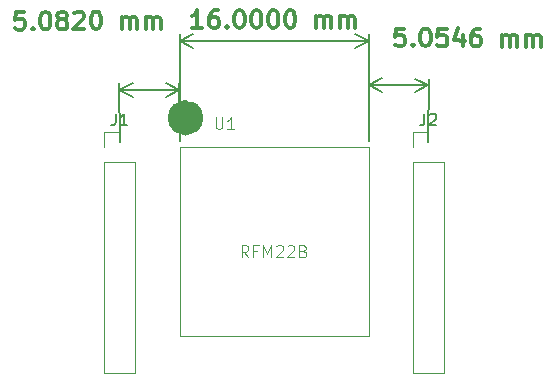
<source format=gbr>
%TF.GenerationSoftware,KiCad,Pcbnew,7.0.2*%
%TF.CreationDate,2024-04-09T17:47:28-07:00*%
%TF.ProjectId,RFM22BPCB,52464d32-3242-4504-9342-2e6b69636164,rev?*%
%TF.SameCoordinates,Original*%
%TF.FileFunction,Legend,Top*%
%TF.FilePolarity,Positive*%
%FSLAX46Y46*%
G04 Gerber Fmt 4.6, Leading zero omitted, Abs format (unit mm)*
G04 Created by KiCad (PCBNEW 7.0.2) date 2024-04-09 17:47:28*
%MOMM*%
%LPD*%
G01*
G04 APERTURE LIST*
%ADD10C,0.300000*%
%ADD11C,0.200000*%
%ADD12C,0.150000*%
%ADD13C,0.100000*%
%ADD14C,0.120000*%
%ADD15C,1.500000*%
G04 APERTURE END LIST*
D10*
X172043483Y-85030895D02*
X171329200Y-85028917D01*
X171329200Y-85028917D02*
X171255793Y-85743002D01*
X171255793Y-85743002D02*
X171327419Y-85671772D01*
X171327419Y-85671772D02*
X171470473Y-85600739D01*
X171470473Y-85600739D02*
X171827615Y-85601728D01*
X171827615Y-85601728D02*
X171970274Y-85673552D01*
X171970274Y-85673552D02*
X172041504Y-85745178D01*
X172041504Y-85745178D02*
X172112537Y-85888233D01*
X172112537Y-85888233D02*
X172111548Y-86245374D01*
X172111548Y-86245374D02*
X172039724Y-86388033D01*
X172039724Y-86388033D02*
X171968097Y-86459264D01*
X171968097Y-86459264D02*
X171825043Y-86530296D01*
X171825043Y-86530296D02*
X171467902Y-86529307D01*
X171467902Y-86529307D02*
X171325243Y-86457483D01*
X171325243Y-86457483D02*
X171254012Y-86385857D01*
X172754006Y-86390011D02*
X172825237Y-86461638D01*
X172825237Y-86461638D02*
X172753610Y-86532868D01*
X172753610Y-86532868D02*
X172682380Y-86461242D01*
X172682380Y-86461242D02*
X172754006Y-86390011D01*
X172754006Y-86390011D02*
X172753610Y-86532868D01*
X173757762Y-85035644D02*
X173900618Y-85036039D01*
X173900618Y-85036039D02*
X174043277Y-85107863D01*
X174043277Y-85107863D02*
X174114507Y-85179489D01*
X174114507Y-85179489D02*
X174185540Y-85322544D01*
X174185540Y-85322544D02*
X174256177Y-85608455D01*
X174256177Y-85608455D02*
X174255188Y-85965596D01*
X174255188Y-85965596D02*
X174182968Y-86251112D01*
X174182968Y-86251112D02*
X174111144Y-86393770D01*
X174111144Y-86393770D02*
X174039518Y-86465001D01*
X174039518Y-86465001D02*
X173896463Y-86536033D01*
X173896463Y-86536033D02*
X173753607Y-86535638D01*
X173753607Y-86535638D02*
X173610948Y-86463814D01*
X173610948Y-86463814D02*
X173539718Y-86392188D01*
X173539718Y-86392188D02*
X173468685Y-86249133D01*
X173468685Y-86249133D02*
X173398048Y-85963222D01*
X173398048Y-85963222D02*
X173399037Y-85606081D01*
X173399037Y-85606081D02*
X173471257Y-85320565D01*
X173471257Y-85320565D02*
X173543081Y-85177907D01*
X173543081Y-85177907D02*
X173614707Y-85106676D01*
X173614707Y-85106676D02*
X173757762Y-85035644D01*
X175614897Y-85040787D02*
X174900614Y-85038809D01*
X174900614Y-85038809D02*
X174827207Y-85752894D01*
X174827207Y-85752894D02*
X174898833Y-85681664D01*
X174898833Y-85681664D02*
X175041888Y-85610631D01*
X175041888Y-85610631D02*
X175399029Y-85611620D01*
X175399029Y-85611620D02*
X175541688Y-85683444D01*
X175541688Y-85683444D02*
X175612918Y-85755070D01*
X175612918Y-85755070D02*
X175683951Y-85898125D01*
X175683951Y-85898125D02*
X175682962Y-86255266D01*
X175682962Y-86255266D02*
X175611138Y-86397925D01*
X175611138Y-86397925D02*
X175539512Y-86469155D01*
X175539512Y-86469155D02*
X175396457Y-86540188D01*
X175396457Y-86540188D02*
X175039316Y-86539199D01*
X175039316Y-86539199D02*
X174896657Y-86467375D01*
X174896657Y-86467375D02*
X174825427Y-86395749D01*
X176970649Y-85544544D02*
X176967879Y-86544541D01*
X176615090Y-84972129D02*
X176254981Y-86042564D01*
X176254981Y-86042564D02*
X177183549Y-86045136D01*
X178400600Y-85048503D02*
X178114886Y-85047712D01*
X178114886Y-85047712D02*
X177971832Y-85118744D01*
X177971832Y-85118744D02*
X177900206Y-85189975D01*
X177900206Y-85189975D02*
X177756756Y-85403864D01*
X177756756Y-85403864D02*
X177684536Y-85689379D01*
X177684536Y-85689379D02*
X177682953Y-86260806D01*
X177682953Y-86260806D02*
X177753986Y-86403860D01*
X177753986Y-86403860D02*
X177825216Y-86475486D01*
X177825216Y-86475486D02*
X177967875Y-86547310D01*
X177967875Y-86547310D02*
X178253588Y-86548102D01*
X178253588Y-86548102D02*
X178396643Y-86477069D01*
X178396643Y-86477069D02*
X178468269Y-86405839D01*
X178468269Y-86405839D02*
X178540093Y-86263180D01*
X178540093Y-86263180D02*
X178541082Y-85906038D01*
X178541082Y-85906038D02*
X178470049Y-85762984D01*
X178470049Y-85762984D02*
X178398819Y-85691358D01*
X178398819Y-85691358D02*
X178256160Y-85619534D01*
X178256160Y-85619534D02*
X177970447Y-85618742D01*
X177970447Y-85618742D02*
X177827393Y-85689775D01*
X177827393Y-85689775D02*
X177755766Y-85761005D01*
X177755766Y-85761005D02*
X177683943Y-85903664D01*
X180325008Y-86553839D02*
X180327778Y-85553843D01*
X180327382Y-85696699D02*
X180399009Y-85625469D01*
X180399009Y-85625469D02*
X180542063Y-85554436D01*
X180542063Y-85554436D02*
X180756348Y-85555030D01*
X180756348Y-85555030D02*
X180899007Y-85626854D01*
X180899007Y-85626854D02*
X180970039Y-85769908D01*
X180970039Y-85769908D02*
X180967863Y-86555620D01*
X180970039Y-85769908D02*
X181041863Y-85627249D01*
X181041863Y-85627249D02*
X181184918Y-85556217D01*
X181184918Y-85556217D02*
X181399203Y-85556810D01*
X181399203Y-85556810D02*
X181541861Y-85628634D01*
X181541861Y-85628634D02*
X181612894Y-85771689D01*
X181612894Y-85771689D02*
X181610718Y-86557400D01*
X182325001Y-86559378D02*
X182327770Y-85559382D01*
X182327375Y-85702239D02*
X182399001Y-85631008D01*
X182399001Y-85631008D02*
X182542055Y-85559976D01*
X182542055Y-85559976D02*
X182756340Y-85560569D01*
X182756340Y-85560569D02*
X182898999Y-85632393D01*
X182898999Y-85632393D02*
X182970032Y-85775448D01*
X182970032Y-85775448D02*
X182967855Y-86561159D01*
X182970032Y-85775448D02*
X183041856Y-85632789D01*
X183041856Y-85632789D02*
X183184910Y-85561756D01*
X183184910Y-85561756D02*
X183399195Y-85562350D01*
X183399195Y-85562350D02*
X183541854Y-85634174D01*
X183541854Y-85634174D02*
X183612886Y-85777228D01*
X183612886Y-85777228D02*
X183610710Y-86562940D01*
D11*
X169012985Y-94583602D02*
X169027757Y-89250212D01*
X174067585Y-94597602D02*
X174082357Y-89264212D01*
X169026133Y-89836630D02*
X174080733Y-89850630D01*
X169026133Y-89836630D02*
X174080733Y-89850630D01*
X169026133Y-89836630D02*
X170154257Y-89253332D01*
X169026133Y-89836630D02*
X170151008Y-90426169D01*
X174080733Y-89850630D02*
X172952609Y-90433928D01*
X174080733Y-89850630D02*
X172955858Y-89261091D01*
D10*
X139857229Y-83613086D02*
X139142946Y-83615054D01*
X139142946Y-83615054D02*
X139073486Y-84329533D01*
X139073486Y-84329533D02*
X139144717Y-84257908D01*
X139144717Y-84257908D02*
X139287377Y-84186086D01*
X139287377Y-84186086D02*
X139644518Y-84185103D01*
X139644518Y-84185103D02*
X139787572Y-84256137D01*
X139787572Y-84256137D02*
X139859197Y-84327369D01*
X139859197Y-84327369D02*
X139931019Y-84470029D01*
X139931019Y-84470029D02*
X139932003Y-84827170D01*
X139932003Y-84827170D02*
X139860968Y-84970224D01*
X139860968Y-84970224D02*
X139789736Y-85041849D01*
X139789736Y-85041849D02*
X139647076Y-85113670D01*
X139647076Y-85113670D02*
X139289935Y-85114654D01*
X139289935Y-85114654D02*
X139146882Y-85043620D01*
X139146882Y-85043620D02*
X139075256Y-84972388D01*
X140575250Y-84968256D02*
X140646875Y-85039487D01*
X140646875Y-85039487D02*
X140575644Y-85111112D01*
X140575644Y-85111112D02*
X140504019Y-85039881D01*
X140504019Y-85039881D02*
X140575250Y-84968256D01*
X140575250Y-84968256D02*
X140575644Y-85111112D01*
X141571508Y-83608363D02*
X141714365Y-83607970D01*
X141714365Y-83607970D02*
X141857418Y-83679004D01*
X141857418Y-83679004D02*
X141929043Y-83750236D01*
X141929043Y-83750236D02*
X142000865Y-83892896D01*
X142000865Y-83892896D02*
X142073080Y-84178412D01*
X142073080Y-84178412D02*
X142074064Y-84535554D01*
X142074064Y-84535554D02*
X142003423Y-84821464D01*
X142003423Y-84821464D02*
X141932388Y-84964517D01*
X141932388Y-84964517D02*
X141861157Y-85036142D01*
X141861157Y-85036142D02*
X141718497Y-85107964D01*
X141718497Y-85107964D02*
X141575640Y-85108358D01*
X141575640Y-85108358D02*
X141432587Y-85037323D01*
X141432587Y-85037323D02*
X141360962Y-84966091D01*
X141360962Y-84966091D02*
X141289140Y-84823431D01*
X141289140Y-84823431D02*
X141216925Y-84537915D01*
X141216925Y-84537915D02*
X141215941Y-84180774D01*
X141215941Y-84180774D02*
X141286582Y-83894864D01*
X141286582Y-83894864D02*
X141357617Y-83751810D01*
X141357617Y-83751810D02*
X141428848Y-83680185D01*
X141428848Y-83680185D02*
X141571508Y-83608363D01*
X142930416Y-84247479D02*
X142787363Y-84176445D01*
X142787363Y-84176445D02*
X142715738Y-84105213D01*
X142715738Y-84105213D02*
X142643916Y-83962553D01*
X142643916Y-83962553D02*
X142643719Y-83891125D01*
X142643719Y-83891125D02*
X142714754Y-83748072D01*
X142714754Y-83748072D02*
X142785986Y-83676446D01*
X142785986Y-83676446D02*
X142928645Y-83604625D01*
X142928645Y-83604625D02*
X143214359Y-83603838D01*
X143214359Y-83603838D02*
X143357412Y-83674872D01*
X143357412Y-83674872D02*
X143429037Y-83746104D01*
X143429037Y-83746104D02*
X143500859Y-83888764D01*
X143500859Y-83888764D02*
X143501056Y-83960192D01*
X143501056Y-83960192D02*
X143430021Y-84103245D01*
X143430021Y-84103245D02*
X143358789Y-84174870D01*
X143358789Y-84174870D02*
X143216130Y-84246692D01*
X143216130Y-84246692D02*
X142930416Y-84247479D01*
X142930416Y-84247479D02*
X142787757Y-84319301D01*
X142787757Y-84319301D02*
X142716525Y-84390926D01*
X142716525Y-84390926D02*
X142645490Y-84533980D01*
X142645490Y-84533980D02*
X142646277Y-84819693D01*
X142646277Y-84819693D02*
X142718099Y-84962353D01*
X142718099Y-84962353D02*
X142789724Y-85033584D01*
X142789724Y-85033584D02*
X142932778Y-85104619D01*
X142932778Y-85104619D02*
X143218491Y-85103832D01*
X143218491Y-85103832D02*
X143361151Y-85032010D01*
X143361151Y-85032010D02*
X143432382Y-84960385D01*
X143432382Y-84960385D02*
X143503417Y-84817332D01*
X143503417Y-84817332D02*
X143502630Y-84531618D01*
X143502630Y-84531618D02*
X143430808Y-84388959D01*
X143430808Y-84388959D02*
X143359183Y-84317727D01*
X143359183Y-84317727D02*
X143216130Y-84246692D01*
X144071891Y-83744333D02*
X144143123Y-83672708D01*
X144143123Y-83672708D02*
X144285783Y-83600886D01*
X144285783Y-83600886D02*
X144642924Y-83599902D01*
X144642924Y-83599902D02*
X144785978Y-83670937D01*
X144785978Y-83670937D02*
X144857603Y-83742168D01*
X144857603Y-83742168D02*
X144929425Y-83884828D01*
X144929425Y-83884828D02*
X144929818Y-84027685D01*
X144929818Y-84027685D02*
X144858980Y-84242166D01*
X144858980Y-84242166D02*
X144004202Y-85101667D01*
X144004202Y-85101667D02*
X144932770Y-85099109D01*
X145857205Y-83596557D02*
X146000062Y-83596163D01*
X146000062Y-83596163D02*
X146143115Y-83667198D01*
X146143115Y-83667198D02*
X146214740Y-83738430D01*
X146214740Y-83738430D02*
X146286562Y-83881090D01*
X146286562Y-83881090D02*
X146358777Y-84166606D01*
X146358777Y-84166606D02*
X146359761Y-84523747D01*
X146359761Y-84523747D02*
X146289120Y-84809657D01*
X146289120Y-84809657D02*
X146218085Y-84952711D01*
X146218085Y-84952711D02*
X146146854Y-85024336D01*
X146146854Y-85024336D02*
X146004194Y-85096158D01*
X146004194Y-85096158D02*
X145861337Y-85096551D01*
X145861337Y-85096551D02*
X145718284Y-85025517D01*
X145718284Y-85025517D02*
X145646659Y-84954285D01*
X145646659Y-84954285D02*
X145574837Y-84811625D01*
X145574837Y-84811625D02*
X145502621Y-84526109D01*
X145502621Y-84526109D02*
X145501638Y-84168967D01*
X145501638Y-84168967D02*
X145572279Y-83883057D01*
X145572279Y-83883057D02*
X145643314Y-83740004D01*
X145643314Y-83740004D02*
X145714545Y-83668379D01*
X145714545Y-83668379D02*
X145857205Y-83596557D01*
X148147042Y-85090255D02*
X148144287Y-84090258D01*
X148144681Y-84233115D02*
X148215912Y-84161490D01*
X148215912Y-84161490D02*
X148358572Y-84089668D01*
X148358572Y-84089668D02*
X148572857Y-84089078D01*
X148572857Y-84089078D02*
X148715911Y-84160112D01*
X148715911Y-84160112D02*
X148787732Y-84302772D01*
X148787732Y-84302772D02*
X148789897Y-85088484D01*
X148787732Y-84302772D02*
X148858767Y-84159719D01*
X148858767Y-84159719D02*
X149001427Y-84087897D01*
X149001427Y-84087897D02*
X149215712Y-84087307D01*
X149215712Y-84087307D02*
X149358765Y-84158342D01*
X149358765Y-84158342D02*
X149430587Y-84301001D01*
X149430587Y-84301001D02*
X149432752Y-85086713D01*
X150147035Y-85084745D02*
X150144280Y-84084749D01*
X150144673Y-84227605D02*
X150215905Y-84155980D01*
X150215905Y-84155980D02*
X150358565Y-84084158D01*
X150358565Y-84084158D02*
X150572850Y-84083568D01*
X150572850Y-84083568D02*
X150715903Y-84154603D01*
X150715903Y-84154603D02*
X150787725Y-84297263D01*
X150787725Y-84297263D02*
X150789889Y-85082974D01*
X150787725Y-84297263D02*
X150858760Y-84154209D01*
X150858760Y-84154209D02*
X151001419Y-84082387D01*
X151001419Y-84082387D02*
X151215704Y-84081797D01*
X151215704Y-84081797D02*
X151358758Y-84152832D01*
X151358758Y-84152832D02*
X151430579Y-84295492D01*
X151430579Y-84295492D02*
X151432744Y-85081203D01*
D11*
X153010223Y-94583602D02*
X152996593Y-89635924D01*
X147928223Y-94597602D02*
X147914593Y-89649924D01*
X152998208Y-90222341D02*
X147916208Y-90236341D01*
X152998208Y-90222341D02*
X147916208Y-90236341D01*
X152998208Y-90222341D02*
X151873324Y-90811863D01*
X152998208Y-90222341D02*
X151870093Y-89639026D01*
X147916208Y-90236341D02*
X149041092Y-89646819D01*
X147916208Y-90236341D02*
X149044323Y-90819656D01*
D10*
X154940173Y-84999929D02*
X154083030Y-84999929D01*
X154511601Y-84999929D02*
X154511601Y-83499929D01*
X154511601Y-83499929D02*
X154368744Y-83714215D01*
X154368744Y-83714215D02*
X154225887Y-83857072D01*
X154225887Y-83857072D02*
X154083030Y-83928501D01*
X156225887Y-83499929D02*
X155940172Y-83499929D01*
X155940172Y-83499929D02*
X155797315Y-83571358D01*
X155797315Y-83571358D02*
X155725887Y-83642786D01*
X155725887Y-83642786D02*
X155583029Y-83857072D01*
X155583029Y-83857072D02*
X155511601Y-84142786D01*
X155511601Y-84142786D02*
X155511601Y-84714215D01*
X155511601Y-84714215D02*
X155583029Y-84857072D01*
X155583029Y-84857072D02*
X155654458Y-84928501D01*
X155654458Y-84928501D02*
X155797315Y-84999929D01*
X155797315Y-84999929D02*
X156083029Y-84999929D01*
X156083029Y-84999929D02*
X156225887Y-84928501D01*
X156225887Y-84928501D02*
X156297315Y-84857072D01*
X156297315Y-84857072D02*
X156368744Y-84714215D01*
X156368744Y-84714215D02*
X156368744Y-84357072D01*
X156368744Y-84357072D02*
X156297315Y-84214215D01*
X156297315Y-84214215D02*
X156225887Y-84142786D01*
X156225887Y-84142786D02*
X156083029Y-84071358D01*
X156083029Y-84071358D02*
X155797315Y-84071358D01*
X155797315Y-84071358D02*
X155654458Y-84142786D01*
X155654458Y-84142786D02*
X155583029Y-84214215D01*
X155583029Y-84214215D02*
X155511601Y-84357072D01*
X157011600Y-84857072D02*
X157083029Y-84928501D01*
X157083029Y-84928501D02*
X157011600Y-84999929D01*
X157011600Y-84999929D02*
X156940172Y-84928501D01*
X156940172Y-84928501D02*
X157011600Y-84857072D01*
X157011600Y-84857072D02*
X157011600Y-84999929D01*
X158011601Y-83499929D02*
X158154458Y-83499929D01*
X158154458Y-83499929D02*
X158297315Y-83571358D01*
X158297315Y-83571358D02*
X158368744Y-83642786D01*
X158368744Y-83642786D02*
X158440172Y-83785643D01*
X158440172Y-83785643D02*
X158511601Y-84071358D01*
X158511601Y-84071358D02*
X158511601Y-84428501D01*
X158511601Y-84428501D02*
X158440172Y-84714215D01*
X158440172Y-84714215D02*
X158368744Y-84857072D01*
X158368744Y-84857072D02*
X158297315Y-84928501D01*
X158297315Y-84928501D02*
X158154458Y-84999929D01*
X158154458Y-84999929D02*
X158011601Y-84999929D01*
X158011601Y-84999929D02*
X157868744Y-84928501D01*
X157868744Y-84928501D02*
X157797315Y-84857072D01*
X157797315Y-84857072D02*
X157725886Y-84714215D01*
X157725886Y-84714215D02*
X157654458Y-84428501D01*
X157654458Y-84428501D02*
X157654458Y-84071358D01*
X157654458Y-84071358D02*
X157725886Y-83785643D01*
X157725886Y-83785643D02*
X157797315Y-83642786D01*
X157797315Y-83642786D02*
X157868744Y-83571358D01*
X157868744Y-83571358D02*
X158011601Y-83499929D01*
X159440172Y-83499929D02*
X159583029Y-83499929D01*
X159583029Y-83499929D02*
X159725886Y-83571358D01*
X159725886Y-83571358D02*
X159797315Y-83642786D01*
X159797315Y-83642786D02*
X159868743Y-83785643D01*
X159868743Y-83785643D02*
X159940172Y-84071358D01*
X159940172Y-84071358D02*
X159940172Y-84428501D01*
X159940172Y-84428501D02*
X159868743Y-84714215D01*
X159868743Y-84714215D02*
X159797315Y-84857072D01*
X159797315Y-84857072D02*
X159725886Y-84928501D01*
X159725886Y-84928501D02*
X159583029Y-84999929D01*
X159583029Y-84999929D02*
X159440172Y-84999929D01*
X159440172Y-84999929D02*
X159297315Y-84928501D01*
X159297315Y-84928501D02*
X159225886Y-84857072D01*
X159225886Y-84857072D02*
X159154457Y-84714215D01*
X159154457Y-84714215D02*
X159083029Y-84428501D01*
X159083029Y-84428501D02*
X159083029Y-84071358D01*
X159083029Y-84071358D02*
X159154457Y-83785643D01*
X159154457Y-83785643D02*
X159225886Y-83642786D01*
X159225886Y-83642786D02*
X159297315Y-83571358D01*
X159297315Y-83571358D02*
X159440172Y-83499929D01*
X160868743Y-83499929D02*
X161011600Y-83499929D01*
X161011600Y-83499929D02*
X161154457Y-83571358D01*
X161154457Y-83571358D02*
X161225886Y-83642786D01*
X161225886Y-83642786D02*
X161297314Y-83785643D01*
X161297314Y-83785643D02*
X161368743Y-84071358D01*
X161368743Y-84071358D02*
X161368743Y-84428501D01*
X161368743Y-84428501D02*
X161297314Y-84714215D01*
X161297314Y-84714215D02*
X161225886Y-84857072D01*
X161225886Y-84857072D02*
X161154457Y-84928501D01*
X161154457Y-84928501D02*
X161011600Y-84999929D01*
X161011600Y-84999929D02*
X160868743Y-84999929D01*
X160868743Y-84999929D02*
X160725886Y-84928501D01*
X160725886Y-84928501D02*
X160654457Y-84857072D01*
X160654457Y-84857072D02*
X160583028Y-84714215D01*
X160583028Y-84714215D02*
X160511600Y-84428501D01*
X160511600Y-84428501D02*
X160511600Y-84071358D01*
X160511600Y-84071358D02*
X160583028Y-83785643D01*
X160583028Y-83785643D02*
X160654457Y-83642786D01*
X160654457Y-83642786D02*
X160725886Y-83571358D01*
X160725886Y-83571358D02*
X160868743Y-83499929D01*
X162297314Y-83499929D02*
X162440171Y-83499929D01*
X162440171Y-83499929D02*
X162583028Y-83571358D01*
X162583028Y-83571358D02*
X162654457Y-83642786D01*
X162654457Y-83642786D02*
X162725885Y-83785643D01*
X162725885Y-83785643D02*
X162797314Y-84071358D01*
X162797314Y-84071358D02*
X162797314Y-84428501D01*
X162797314Y-84428501D02*
X162725885Y-84714215D01*
X162725885Y-84714215D02*
X162654457Y-84857072D01*
X162654457Y-84857072D02*
X162583028Y-84928501D01*
X162583028Y-84928501D02*
X162440171Y-84999929D01*
X162440171Y-84999929D02*
X162297314Y-84999929D01*
X162297314Y-84999929D02*
X162154457Y-84928501D01*
X162154457Y-84928501D02*
X162083028Y-84857072D01*
X162083028Y-84857072D02*
X162011599Y-84714215D01*
X162011599Y-84714215D02*
X161940171Y-84428501D01*
X161940171Y-84428501D02*
X161940171Y-84071358D01*
X161940171Y-84071358D02*
X162011599Y-83785643D01*
X162011599Y-83785643D02*
X162083028Y-83642786D01*
X162083028Y-83642786D02*
X162154457Y-83571358D01*
X162154457Y-83571358D02*
X162297314Y-83499929D01*
X164583027Y-84999929D02*
X164583027Y-83999929D01*
X164583027Y-84142786D02*
X164654456Y-84071358D01*
X164654456Y-84071358D02*
X164797313Y-83999929D01*
X164797313Y-83999929D02*
X165011599Y-83999929D01*
X165011599Y-83999929D02*
X165154456Y-84071358D01*
X165154456Y-84071358D02*
X165225885Y-84214215D01*
X165225885Y-84214215D02*
X165225885Y-84999929D01*
X165225885Y-84214215D02*
X165297313Y-84071358D01*
X165297313Y-84071358D02*
X165440170Y-83999929D01*
X165440170Y-83999929D02*
X165654456Y-83999929D01*
X165654456Y-83999929D02*
X165797313Y-84071358D01*
X165797313Y-84071358D02*
X165868742Y-84214215D01*
X165868742Y-84214215D02*
X165868742Y-84999929D01*
X166583027Y-84999929D02*
X166583027Y-83999929D01*
X166583027Y-84142786D02*
X166654456Y-84071358D01*
X166654456Y-84071358D02*
X166797313Y-83999929D01*
X166797313Y-83999929D02*
X167011599Y-83999929D01*
X167011599Y-83999929D02*
X167154456Y-84071358D01*
X167154456Y-84071358D02*
X167225885Y-84214215D01*
X167225885Y-84214215D02*
X167225885Y-84999929D01*
X167225885Y-84214215D02*
X167297313Y-84071358D01*
X167297313Y-84071358D02*
X167440170Y-83999929D01*
X167440170Y-83999929D02*
X167654456Y-83999929D01*
X167654456Y-83999929D02*
X167797313Y-84071358D01*
X167797313Y-84071358D02*
X167868742Y-84214215D01*
X167868742Y-84214215D02*
X167868742Y-84999929D01*
D11*
X169011600Y-94583600D02*
X169011600Y-85519581D01*
X153011600Y-94583600D02*
X153011600Y-85519581D01*
X169011600Y-86106001D02*
X153011600Y-86106001D01*
X169011600Y-86106001D02*
X153011600Y-86106001D01*
X169011600Y-86106001D02*
X167885096Y-86692422D01*
X169011600Y-86106001D02*
X167885096Y-85519580D01*
X153011600Y-86106001D02*
X154138104Y-85519580D01*
X153011600Y-86106001D02*
X154138104Y-86692422D01*
D12*
%TO.C,J1*%
X147596266Y-92230219D02*
X147596266Y-92944504D01*
X147596266Y-92944504D02*
X147548647Y-93087361D01*
X147548647Y-93087361D02*
X147453409Y-93182600D01*
X147453409Y-93182600D02*
X147310552Y-93230219D01*
X147310552Y-93230219D02*
X147215314Y-93230219D01*
X148596266Y-93230219D02*
X148024838Y-93230219D01*
X148310552Y-93230219D02*
X148310552Y-92230219D01*
X148310552Y-92230219D02*
X148215314Y-92373076D01*
X148215314Y-92373076D02*
X148120076Y-92468314D01*
X148120076Y-92468314D02*
X148024838Y-92515933D01*
%TO.C,J2*%
X173732866Y-92230219D02*
X173732866Y-92944504D01*
X173732866Y-92944504D02*
X173685247Y-93087361D01*
X173685247Y-93087361D02*
X173590009Y-93182600D01*
X173590009Y-93182600D02*
X173447152Y-93230219D01*
X173447152Y-93230219D02*
X173351914Y-93230219D01*
X174161438Y-92325457D02*
X174209057Y-92277838D01*
X174209057Y-92277838D02*
X174304295Y-92230219D01*
X174304295Y-92230219D02*
X174542390Y-92230219D01*
X174542390Y-92230219D02*
X174637628Y-92277838D01*
X174637628Y-92277838D02*
X174685247Y-92325457D01*
X174685247Y-92325457D02*
X174732866Y-92420695D01*
X174732866Y-92420695D02*
X174732866Y-92515933D01*
X174732866Y-92515933D02*
X174685247Y-92658790D01*
X174685247Y-92658790D02*
X174113819Y-93230219D01*
X174113819Y-93230219D02*
X174732866Y-93230219D01*
D13*
%TO.C,U1*%
X156058695Y-92539619D02*
X156058695Y-93349142D01*
X156058695Y-93349142D02*
X156106314Y-93444380D01*
X156106314Y-93444380D02*
X156153933Y-93492000D01*
X156153933Y-93492000D02*
X156249171Y-93539619D01*
X156249171Y-93539619D02*
X156439647Y-93539619D01*
X156439647Y-93539619D02*
X156534885Y-93492000D01*
X156534885Y-93492000D02*
X156582504Y-93444380D01*
X156582504Y-93444380D02*
X156630123Y-93349142D01*
X156630123Y-93349142D02*
X156630123Y-92539619D01*
X157630123Y-93539619D02*
X157058695Y-93539619D01*
X157344409Y-93539619D02*
X157344409Y-92539619D01*
X157344409Y-92539619D02*
X157249171Y-92682476D01*
X157249171Y-92682476D02*
X157153933Y-92777714D01*
X157153933Y-92777714D02*
X157058695Y-92825333D01*
X158823923Y-104384619D02*
X158490590Y-103908428D01*
X158252495Y-104384619D02*
X158252495Y-103384619D01*
X158252495Y-103384619D02*
X158633447Y-103384619D01*
X158633447Y-103384619D02*
X158728685Y-103432238D01*
X158728685Y-103432238D02*
X158776304Y-103479857D01*
X158776304Y-103479857D02*
X158823923Y-103575095D01*
X158823923Y-103575095D02*
X158823923Y-103717952D01*
X158823923Y-103717952D02*
X158776304Y-103813190D01*
X158776304Y-103813190D02*
X158728685Y-103860809D01*
X158728685Y-103860809D02*
X158633447Y-103908428D01*
X158633447Y-103908428D02*
X158252495Y-103908428D01*
X159585828Y-103860809D02*
X159252495Y-103860809D01*
X159252495Y-104384619D02*
X159252495Y-103384619D01*
X159252495Y-103384619D02*
X159728685Y-103384619D01*
X160109638Y-104384619D02*
X160109638Y-103384619D01*
X160109638Y-103384619D02*
X160442971Y-104098904D01*
X160442971Y-104098904D02*
X160776304Y-103384619D01*
X160776304Y-103384619D02*
X160776304Y-104384619D01*
X161204876Y-103479857D02*
X161252495Y-103432238D01*
X161252495Y-103432238D02*
X161347733Y-103384619D01*
X161347733Y-103384619D02*
X161585828Y-103384619D01*
X161585828Y-103384619D02*
X161681066Y-103432238D01*
X161681066Y-103432238D02*
X161728685Y-103479857D01*
X161728685Y-103479857D02*
X161776304Y-103575095D01*
X161776304Y-103575095D02*
X161776304Y-103670333D01*
X161776304Y-103670333D02*
X161728685Y-103813190D01*
X161728685Y-103813190D02*
X161157257Y-104384619D01*
X161157257Y-104384619D02*
X161776304Y-104384619D01*
X162157257Y-103479857D02*
X162204876Y-103432238D01*
X162204876Y-103432238D02*
X162300114Y-103384619D01*
X162300114Y-103384619D02*
X162538209Y-103384619D01*
X162538209Y-103384619D02*
X162633447Y-103432238D01*
X162633447Y-103432238D02*
X162681066Y-103479857D01*
X162681066Y-103479857D02*
X162728685Y-103575095D01*
X162728685Y-103575095D02*
X162728685Y-103670333D01*
X162728685Y-103670333D02*
X162681066Y-103813190D01*
X162681066Y-103813190D02*
X162109638Y-104384619D01*
X162109638Y-104384619D02*
X162728685Y-104384619D01*
X163490590Y-103860809D02*
X163633447Y-103908428D01*
X163633447Y-103908428D02*
X163681066Y-103956047D01*
X163681066Y-103956047D02*
X163728685Y-104051285D01*
X163728685Y-104051285D02*
X163728685Y-104194142D01*
X163728685Y-104194142D02*
X163681066Y-104289380D01*
X163681066Y-104289380D02*
X163633447Y-104337000D01*
X163633447Y-104337000D02*
X163538209Y-104384619D01*
X163538209Y-104384619D02*
X163157257Y-104384619D01*
X163157257Y-104384619D02*
X163157257Y-103384619D01*
X163157257Y-103384619D02*
X163490590Y-103384619D01*
X163490590Y-103384619D02*
X163585828Y-103432238D01*
X163585828Y-103432238D02*
X163633447Y-103479857D01*
X163633447Y-103479857D02*
X163681066Y-103575095D01*
X163681066Y-103575095D02*
X163681066Y-103670333D01*
X163681066Y-103670333D02*
X163633447Y-103765571D01*
X163633447Y-103765571D02*
X163585828Y-103813190D01*
X163585828Y-103813190D02*
X163490590Y-103860809D01*
X163490590Y-103860809D02*
X163157257Y-103860809D01*
D14*
%TO.C,J1*%
X146599600Y-93767600D02*
X147929600Y-93767600D01*
X146599600Y-95097600D02*
X146599600Y-93767600D01*
X146599600Y-96367600D02*
X146599600Y-114207600D01*
X146599600Y-96367600D02*
X149259600Y-96367600D01*
X146599600Y-114207600D02*
X149259600Y-114207600D01*
X149259600Y-96367600D02*
X149259600Y-114207600D01*
%TO.C,J2*%
X175396200Y-96367600D02*
X175396200Y-114207600D01*
X172736200Y-114207600D02*
X175396200Y-114207600D01*
X172736200Y-96367600D02*
X175396200Y-96367600D01*
X172736200Y-96367600D02*
X172736200Y-114207600D01*
X172736200Y-95097600D02*
X172736200Y-93767600D01*
X172736200Y-93767600D02*
X174066200Y-93767600D01*
D15*
%TO.C,U1*%
X154261600Y-92583600D02*
G75*
G03*
X154261600Y-92583600I-750000J0D01*
G01*
D13*
X153011600Y-95083600D02*
X169011600Y-95083600D01*
X169011600Y-95083600D02*
X169011600Y-111083600D01*
X169011600Y-111083600D02*
X153011600Y-111083600D01*
X153011600Y-111083600D02*
X153011600Y-95083600D01*
%TD*%
M02*

</source>
